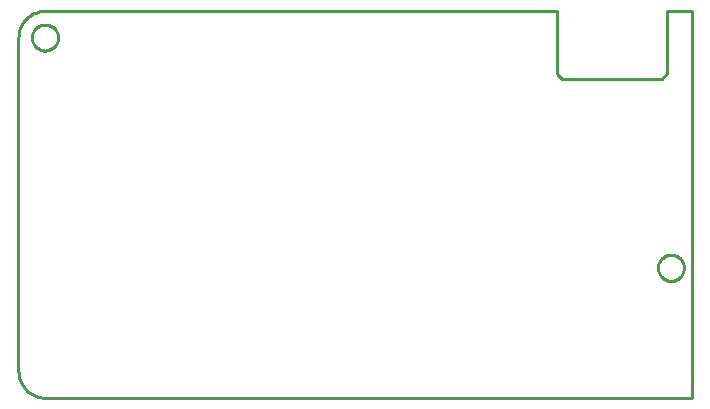
<source format=gbr>
G04 EAGLE Gerber RS-274X export*
G75*
%MOMM*%
%FSLAX34Y34*%
%LPD*%
%IN*%
%IPPOS*%
%AMOC8*
5,1,8,0,0,1.08239X$1,22.5*%
G01*
%ADD10C,0.254000*%


D10*
X0Y22500D02*
X86Y20539D01*
X342Y18593D01*
X767Y16677D01*
X1357Y14805D01*
X2108Y12991D01*
X3014Y11250D01*
X4069Y9595D01*
X5264Y8037D01*
X6590Y6590D01*
X8037Y5264D01*
X9595Y4069D01*
X11250Y3014D01*
X12991Y2108D01*
X14805Y1357D01*
X16677Y767D01*
X18593Y342D01*
X20539Y86D01*
X22500Y0D01*
X570000Y0D01*
X570000Y327500D01*
X549250Y327500D01*
X549250Y274750D01*
X544750Y270250D01*
X460000Y270250D01*
X455750Y274500D01*
X455750Y327500D01*
X22500Y327500D01*
X20539Y327414D01*
X18593Y327158D01*
X16677Y326733D01*
X14805Y326143D01*
X12991Y325392D01*
X11250Y324486D01*
X9595Y323431D01*
X8037Y322236D01*
X6590Y320910D01*
X5264Y319463D01*
X4069Y317905D01*
X3014Y316250D01*
X2108Y314509D01*
X1357Y312695D01*
X767Y310823D01*
X342Y308907D01*
X86Y306961D01*
X0Y305000D01*
X0Y22500D01*
X33500Y304568D02*
X33432Y303706D01*
X33297Y302852D01*
X33095Y302012D01*
X32828Y301190D01*
X32497Y300391D01*
X32105Y299621D01*
X31653Y298884D01*
X31145Y298185D01*
X30584Y297527D01*
X29973Y296916D01*
X29315Y296355D01*
X28616Y295847D01*
X27879Y295395D01*
X27109Y295003D01*
X26310Y294672D01*
X25488Y294405D01*
X24648Y294203D01*
X23794Y294068D01*
X22932Y294000D01*
X22068Y294000D01*
X21206Y294068D01*
X20352Y294203D01*
X19512Y294405D01*
X18690Y294672D01*
X17891Y295003D01*
X17121Y295395D01*
X16384Y295847D01*
X15685Y296355D01*
X15027Y296916D01*
X14416Y297527D01*
X13855Y298185D01*
X13347Y298884D01*
X12895Y299621D01*
X12503Y300391D01*
X12172Y301190D01*
X11905Y302012D01*
X11703Y302852D01*
X11568Y303706D01*
X11500Y304568D01*
X11500Y305432D01*
X11568Y306294D01*
X11703Y307148D01*
X11905Y307988D01*
X12172Y308810D01*
X12503Y309609D01*
X12895Y310379D01*
X13347Y311116D01*
X13855Y311815D01*
X14416Y312473D01*
X15027Y313084D01*
X15685Y313645D01*
X16384Y314153D01*
X17121Y314605D01*
X17891Y314997D01*
X18690Y315328D01*
X19512Y315595D01*
X20352Y315797D01*
X21206Y315932D01*
X22068Y316000D01*
X22932Y316000D01*
X23794Y315932D01*
X24648Y315797D01*
X25488Y315595D01*
X26310Y315328D01*
X27109Y314997D01*
X27879Y314605D01*
X28616Y314153D01*
X29315Y313645D01*
X29973Y313084D01*
X30584Y312473D01*
X31145Y311815D01*
X31653Y311116D01*
X32105Y310379D01*
X32497Y309609D01*
X32828Y308810D01*
X33095Y307988D01*
X33297Y307148D01*
X33432Y306294D01*
X33500Y305432D01*
X33500Y304568D01*
X563500Y109568D02*
X563432Y108706D01*
X563297Y107852D01*
X563095Y107012D01*
X562828Y106190D01*
X562497Y105391D01*
X562105Y104621D01*
X561653Y103884D01*
X561145Y103185D01*
X560584Y102527D01*
X559973Y101916D01*
X559315Y101355D01*
X558616Y100847D01*
X557879Y100395D01*
X557109Y100003D01*
X556310Y99672D01*
X555488Y99405D01*
X554648Y99203D01*
X553794Y99068D01*
X552932Y99000D01*
X552068Y99000D01*
X551206Y99068D01*
X550352Y99203D01*
X549512Y99405D01*
X548690Y99672D01*
X547891Y100003D01*
X547121Y100395D01*
X546384Y100847D01*
X545685Y101355D01*
X545027Y101916D01*
X544416Y102527D01*
X543855Y103185D01*
X543347Y103884D01*
X542895Y104621D01*
X542503Y105391D01*
X542172Y106190D01*
X541905Y107012D01*
X541703Y107852D01*
X541568Y108706D01*
X541500Y109568D01*
X541500Y110432D01*
X541568Y111294D01*
X541703Y112148D01*
X541905Y112988D01*
X542172Y113810D01*
X542503Y114609D01*
X542895Y115379D01*
X543347Y116116D01*
X543855Y116815D01*
X544416Y117473D01*
X545027Y118084D01*
X545685Y118645D01*
X546384Y119153D01*
X547121Y119605D01*
X547891Y119997D01*
X548690Y120328D01*
X549512Y120595D01*
X550352Y120797D01*
X551206Y120932D01*
X552068Y121000D01*
X552932Y121000D01*
X553794Y120932D01*
X554648Y120797D01*
X555488Y120595D01*
X556310Y120328D01*
X557109Y119997D01*
X557879Y119605D01*
X558616Y119153D01*
X559315Y118645D01*
X559973Y118084D01*
X560584Y117473D01*
X561145Y116815D01*
X561653Y116116D01*
X562105Y115379D01*
X562497Y114609D01*
X562828Y113810D01*
X563095Y112988D01*
X563297Y112148D01*
X563432Y111294D01*
X563500Y110432D01*
X563500Y109568D01*
M02*

</source>
